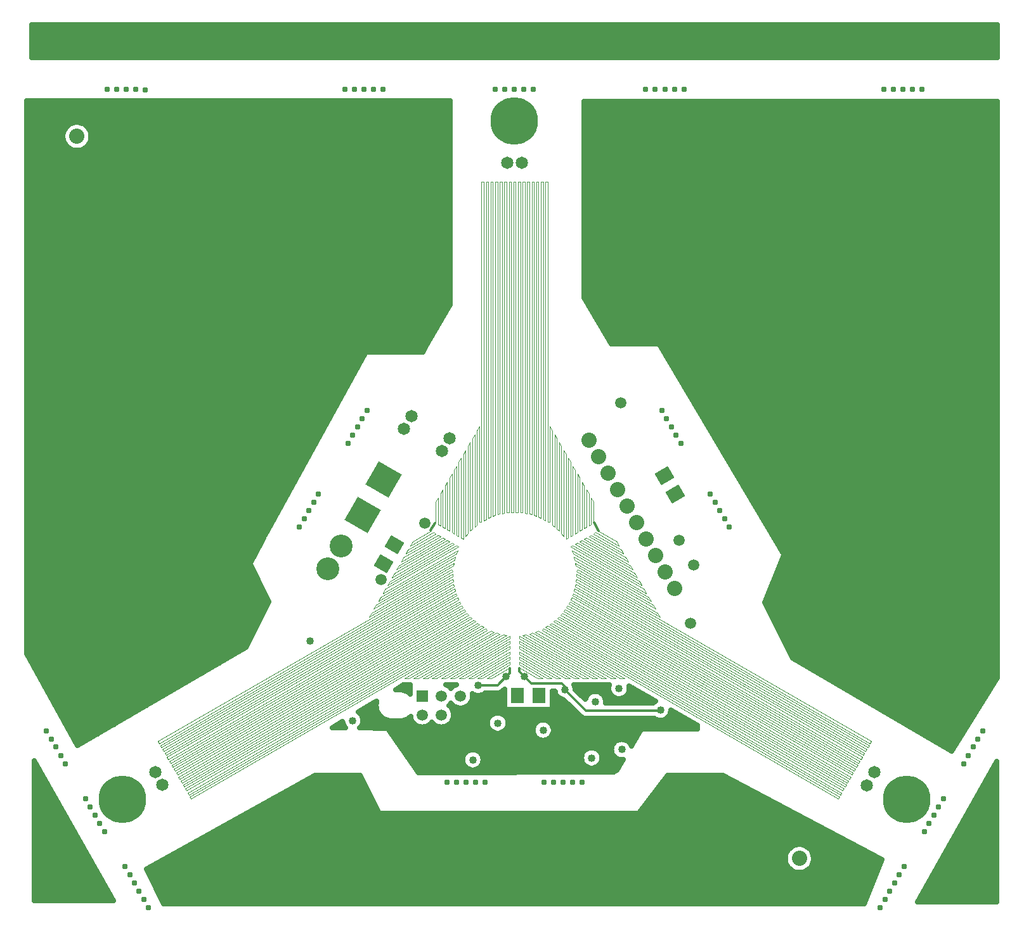
<source format=gbr>
G04 DipTrace 3.2.0.1*
G04 Inner1.gbr*
%MOIN*%
G04 #@! TF.FileFunction,Copper,L2,Inr*
G04 #@! TF.Part,Single*
%AMOUTLINE0*
4,1,4,
0.095622,0.025622,
0.025622,-0.095622,
-0.095622,-0.025622,
-0.025622,0.095622,
0.095622,0.025622,
0*%
%AMOUTLINE3*
4,1,4,
-0.05214,-0.010311,
-0.01714,0.050311,
0.05214,0.010311,
0.01714,-0.050311,
-0.05214,-0.010311,
0*%
%AMOUTLINE9*
4,1,4,
0.01714,0.050311,
0.05214,-0.010311,
-0.01714,-0.050311,
-0.05214,0.010311,
0.01714,0.050311,
0*%
G04 #@! TA.AperFunction,Conductor*
%ADD13C,0.012992*%
%ADD16C,0.013*%
G04 #@! TA.AperFunction,CopperBalancing*
%ADD19C,0.025*%
G04 #@! TA.AperFunction,Nonconductor*
%ADD20C,0.004*%
G04 #@! TA.AperFunction,ComponentPad*
%ADD23C,0.12*%
%ADD29R,0.07X0.08*%
%ADD32R,0.059055X0.059055*%
%ADD33C,0.059055*%
%ADD34C,0.08*%
%ADD35C,0.065*%
%ADD36C,0.25*%
%ADD37C,0.031*%
G04 #@! TA.AperFunction,ViaPad*
%ADD41C,0.04*%
%ADD43C,0.059*%
G04 #@! TA.AperFunction,ComponentPad*
%ADD92OUTLINE0*%
%ADD95OUTLINE3*%
%ADD101OUTLINE9*%
%FSLAX26Y26*%
G04*
G70*
G90*
G75*
G01*
G04 Inner1*
%LPD*%
X2585528Y2458001D2*
D13*
X2563753Y2420986D1*
X3421892Y2459454D2*
X3447476Y2418083D1*
X3057411Y1649322D2*
D16*
X3028699Y1678033D1*
Y1694907D1*
X3269699Y1582072D2*
D13*
Y1579072D1*
X3378699Y1470072D1*
X3768699D1*
X3771699Y1473072D1*
X3269699Y1582072D2*
Y1597954D1*
X3254016Y1613638D1*
X3093094D1*
X3057411Y1649322D1*
X2960474D2*
X2978699Y1667547D1*
Y1693955D1*
X2813299Y1603281D2*
X2914433D1*
X2960474Y1649322D1*
D41*
X3154699Y1368072D3*
X3428655Y1518143D3*
X2916199Y1405572D3*
X2784972Y1211925D3*
X2153789Y1418154D3*
X3567699Y1266072D3*
X3553642Y1586886D3*
X3301169Y1461899D3*
X3442699Y1582072D3*
D43*
X2531699Y2458072D3*
D41*
X1928812Y1836860D3*
X3409699Y1222072D3*
D43*
X3927699Y1932072D3*
X2303699Y2161823D3*
X3869949Y2368322D3*
X3944950Y2237072D3*
D41*
X3269699Y1582072D3*
X2960474Y1649322D3*
X3057411D3*
X3771699Y1473072D3*
X2813299Y1603281D3*
D43*
X3561699Y3089072D3*
X3371096Y4652218D2*
D19*
X5541121D1*
X3371096Y4627349D2*
X5541121D1*
X3371096Y4602480D2*
X5541121D1*
X3371096Y4577612D2*
X5541121D1*
X3371096Y4552743D2*
X5541121D1*
X3371096Y4527874D2*
X5541121D1*
X3371096Y4503005D2*
X5541121D1*
X3371096Y4478136D2*
X5541121D1*
X3371096Y4453268D2*
X5541121D1*
X3371096Y4428399D2*
X5541121D1*
X3371096Y4403530D2*
X5541121D1*
X3371096Y4378661D2*
X5541121D1*
X3371096Y4353793D2*
X5541121D1*
X3371096Y4328924D2*
X5541121D1*
X3371096Y4304055D2*
X5541121D1*
X3371096Y4279186D2*
X5541121D1*
X3371096Y4254318D2*
X5541121D1*
X3371096Y4229449D2*
X5541121D1*
X3371096Y4204580D2*
X5541121D1*
X3371096Y4179711D2*
X5541121D1*
X3371096Y4154843D2*
X5541121D1*
X3371096Y4129974D2*
X5541121D1*
X3371096Y4105105D2*
X5541121D1*
X3371096Y4080236D2*
X5541121D1*
X3371096Y4055367D2*
X5541121D1*
X3371096Y4030499D2*
X5541121D1*
X3371096Y4005630D2*
X5541121D1*
X3371096Y3980761D2*
X5541121D1*
X3371096Y3955892D2*
X5541121D1*
X3371096Y3931024D2*
X5541121D1*
X3371096Y3906155D2*
X5541121D1*
X3371096Y3881286D2*
X5541121D1*
X3371096Y3856417D2*
X5541121D1*
X3371096Y3831549D2*
X5541121D1*
X3371096Y3806680D2*
X5541121D1*
X3371096Y3781811D2*
X5541121D1*
X3371096Y3756942D2*
X5541121D1*
X3371096Y3732073D2*
X5541121D1*
X3371096Y3707205D2*
X5541121D1*
X3371096Y3682336D2*
X5541121D1*
X3371096Y3657467D2*
X5541121D1*
X3377370Y3632598D2*
X5541121D1*
X3392311Y3607730D2*
X5541121D1*
X3407205Y3582861D2*
X5541121D1*
X3422146Y3557992D2*
X5541121D1*
X3437038Y3533123D2*
X5541121D1*
X3451979Y3508255D2*
X5541121D1*
X3466873Y3483386D2*
X5541121D1*
X3481814Y3458517D2*
X5541121D1*
X3496755Y3433648D2*
X5541121D1*
X3511647Y3408780D2*
X5541121D1*
X3776491Y3383911D2*
X5541121D1*
X3791139Y3359042D2*
X5541121D1*
X3805837Y3334173D2*
X5541121D1*
X3820534Y3309304D2*
X5541121D1*
X3835231Y3284436D2*
X5541121D1*
X3849929Y3259567D2*
X5541121D1*
X3864626Y3234698D2*
X5541121D1*
X3879323Y3209829D2*
X5541121D1*
X3894021Y3184961D2*
X5541121D1*
X3908718Y3160092D2*
X5541121D1*
X3923415Y3135223D2*
X5541121D1*
X3938113Y3110354D2*
X5541121D1*
X3952810Y3085486D2*
X5541121D1*
X3967507Y3060617D2*
X5541121D1*
X3982205Y3035748D2*
X5541121D1*
X3996902Y3010879D2*
X5541121D1*
X4011598Y2986010D2*
X5541121D1*
X4026297Y2961142D2*
X5541121D1*
X4040993Y2936273D2*
X5541121D1*
X4055690Y2911404D2*
X5541121D1*
X4070387Y2886535D2*
X5541121D1*
X4085085Y2861667D2*
X5541121D1*
X4099782Y2836798D2*
X5541121D1*
X4114479Y2811929D2*
X5541121D1*
X4129177Y2787060D2*
X5541121D1*
X4143825Y2762192D2*
X5541121D1*
X4158522Y2737323D2*
X5541121D1*
X4173220Y2712454D2*
X5541121D1*
X4187917Y2687585D2*
X5541121D1*
X4202614Y2662717D2*
X5541121D1*
X4217311Y2637848D2*
X5541121D1*
X4232009Y2612979D2*
X5541121D1*
X4246706Y2588110D2*
X5541121D1*
X4261403Y2563241D2*
X5541121D1*
X4276101Y2538373D2*
X5541121D1*
X4290798Y2513504D2*
X5541121D1*
X4305495Y2488635D2*
X5541121D1*
X4320193Y2463766D2*
X5541121D1*
X4334890Y2438898D2*
X5541121D1*
X4349587Y2414029D2*
X5541121D1*
X4364285Y2389160D2*
X5541121D1*
X4378982Y2364291D2*
X5541121D1*
X4393678Y2339423D2*
X5541121D1*
X4408377Y2314554D2*
X5541121D1*
X4422097Y2289685D2*
X5541121D1*
X4412136Y2264816D2*
X5541121D1*
X4402223Y2239948D2*
X5541121D1*
X4392262Y2215079D2*
X5541121D1*
X4382302Y2190210D2*
X5541121D1*
X4372341Y2165341D2*
X5541121D1*
X4362429Y2140472D2*
X5541121D1*
X4352469Y2115604D2*
X5541121D1*
X4342507Y2090735D2*
X5541121D1*
X4332594Y2065866D2*
X5541121D1*
X4322634Y2040997D2*
X5541121D1*
X4334304Y2016129D2*
X5541121D1*
X4346755Y1991260D2*
X5541121D1*
X4359157Y1966391D2*
X5541121D1*
X4371609Y1941522D2*
X5541121D1*
X4384059Y1916654D2*
X5541121D1*
X4396462Y1891785D2*
X5541121D1*
X4408913Y1866916D2*
X5541121D1*
X4421365Y1842047D2*
X5541121D1*
X4433766Y1817178D2*
X5541121D1*
X4446218Y1792310D2*
X5541121D1*
X4458621Y1767441D2*
X5541121D1*
X4478151Y1742572D2*
X5541121D1*
X4520437Y1717703D2*
X5541121D1*
X4562722Y1692835D2*
X5541121D1*
X4605007Y1667966D2*
X5541121D1*
X4647293Y1643097D2*
X5541071D1*
X4689577Y1618228D2*
X5525495D1*
X4731814Y1593360D2*
X5509969D1*
X4774098Y1568491D2*
X5494441D1*
X4816385Y1543622D2*
X5478865D1*
X4858669Y1518753D2*
X5463337D1*
X4900954Y1493885D2*
X5447810D1*
X4943239Y1469016D2*
X5432234D1*
X4985475Y1444147D2*
X5416706D1*
X5027761Y1419278D2*
X5401178D1*
X5070046Y1394409D2*
X5385602D1*
X5112331Y1369541D2*
X5370075D1*
X5154617Y1344672D2*
X5354549D1*
X5196902Y1319803D2*
X5338971D1*
X5239138Y1294934D2*
X5323445D1*
X5281423Y1270066D2*
X5307917D1*
X5531096Y4677087D2*
X3368596D1*
Y3643054D1*
X3513199Y3402043D1*
X3758051Y3401933D1*
X3761770Y3400724D1*
X3764934Y3398425D1*
X3766857Y3395946D1*
X4417719Y2294184D1*
X4418571Y2290367D1*
X4418202Y2286474D1*
X4399133Y2238521D1*
X4319770Y2040115D1*
X4465621Y1748487D1*
X5301936Y1256535D1*
X5543610Y1643196D1*
X5543596Y4677087D1*
X5531096D1*
X442518Y4656429D2*
X2662517D1*
X442518Y4631560D2*
X2662517D1*
X442518Y4606692D2*
X2662517D1*
X442518Y4581823D2*
X2662517D1*
X442518Y4556954D2*
X664844D1*
X742546D2*
X2662517D1*
X442518Y4532085D2*
X638900D1*
X768490D2*
X2662517D1*
X442518Y4507217D2*
X629068D1*
X778322D2*
X2662517D1*
X442518Y4482348D2*
X628493D1*
X778896D2*
X2662517D1*
X442518Y4457479D2*
X636891D1*
X770500D2*
X2662517D1*
X442518Y4432610D2*
X659390D1*
X748000D2*
X2662517D1*
X442518Y4407741D2*
X2662517D1*
X442518Y4382873D2*
X2662517D1*
X442518Y4358004D2*
X2662517D1*
X442518Y4333135D2*
X2662517D1*
X442518Y4308266D2*
X2662517D1*
X442518Y4283398D2*
X2662517D1*
X442518Y4258529D2*
X2662517D1*
X442518Y4233660D2*
X2662517D1*
X442518Y4208791D2*
X2662517D1*
X442518Y4183923D2*
X2662517D1*
X442518Y4159054D2*
X2662517D1*
X442518Y4134185D2*
X2662517D1*
X442518Y4109316D2*
X2662517D1*
X442518Y4084448D2*
X2662517D1*
X442518Y4059579D2*
X2662517D1*
X442518Y4034710D2*
X2662517D1*
X442518Y4009841D2*
X2662517D1*
X442518Y3984972D2*
X2662517D1*
X442518Y3960104D2*
X2662517D1*
X442518Y3935235D2*
X2662517D1*
X442518Y3910366D2*
X2662517D1*
X442518Y3885497D2*
X2662517D1*
X442518Y3860629D2*
X2662517D1*
X442518Y3835760D2*
X2662517D1*
X442518Y3810891D2*
X2662517D1*
X442518Y3786022D2*
X2662517D1*
X442518Y3761154D2*
X2662517D1*
X442518Y3736285D2*
X2662517D1*
X442518Y3711416D2*
X2662517D1*
X442518Y3686547D2*
X2662517D1*
X442518Y3661678D2*
X2662517D1*
X442518Y3636810D2*
X2662517D1*
X442518Y3611941D2*
X2662517D1*
X442518Y3587072D2*
X2651644D1*
X442518Y3562203D2*
X2637290D1*
X442518Y3537335D2*
X2622937D1*
X442518Y3512466D2*
X2608583D1*
X442518Y3487597D2*
X2594230D1*
X442518Y3462728D2*
X2579840D1*
X442518Y3437860D2*
X2565486D1*
X442518Y3412991D2*
X2551133D1*
X442518Y3388122D2*
X2536778D1*
X442518Y3363253D2*
X2522102D1*
X442518Y3338385D2*
X2207793D1*
X442518Y3313516D2*
X2194228D1*
X442518Y3288647D2*
X2180664D1*
X442518Y3263778D2*
X2167100D1*
X442518Y3238909D2*
X2153535D1*
X442518Y3214041D2*
X2139971D1*
X442518Y3189172D2*
X2126407D1*
X442518Y3164303D2*
X2112843D1*
X442518Y3139434D2*
X2099278D1*
X442518Y3114566D2*
X2085714D1*
X442518Y3089697D2*
X2072151D1*
X442518Y3064828D2*
X2058587D1*
X442518Y3039959D2*
X2045022D1*
X442518Y3015091D2*
X2031458D1*
X442518Y2990222D2*
X2017894D1*
X442518Y2965353D2*
X2004329D1*
X442518Y2940484D2*
X1990765D1*
X442518Y2915615D2*
X1977201D1*
X442518Y2890747D2*
X1963636D1*
X442518Y2865878D2*
X1950072D1*
X442518Y2841009D2*
X1936508D1*
X442518Y2816140D2*
X1922944D1*
X442518Y2791272D2*
X1909379D1*
X442518Y2766403D2*
X1895815D1*
X442518Y2741534D2*
X1882251D1*
X442518Y2716665D2*
X1868686D1*
X442518Y2691797D2*
X1855123D1*
X442518Y2666928D2*
X1841559D1*
X442518Y2642059D2*
X1827995D1*
X442518Y2617190D2*
X1814430D1*
X442518Y2592322D2*
X1800866D1*
X442518Y2567453D2*
X1787302D1*
X442518Y2542584D2*
X1773738D1*
X442518Y2517715D2*
X1760173D1*
X442518Y2492846D2*
X1746609D1*
X442518Y2467978D2*
X1732757D1*
X442518Y2443109D2*
X1718404D1*
X442518Y2418240D2*
X1704050D1*
X442518Y2393371D2*
X1689697D1*
X442518Y2368503D2*
X1677066D1*
X442518Y2343634D2*
X1665223D1*
X442518Y2318765D2*
X1651659D1*
X442518Y2293896D2*
X1638096D1*
X442518Y2269028D2*
X1624531D1*
X442518Y2244159D2*
X1610967D1*
X442518Y2219290D2*
X1623276D1*
X442518Y2194421D2*
X1635727D1*
X442518Y2169552D2*
X1648143D1*
X442518Y2144684D2*
X1660594D1*
X442518Y2119815D2*
X1673010D1*
X442518Y2094946D2*
X1685462D1*
X442518Y2070077D2*
X1697878D1*
X442518Y2045209D2*
X1710329D1*
X442518Y2020340D2*
X1699278D1*
X442518Y1995471D2*
X1686862D1*
X442518Y1970602D2*
X1674409D1*
X442518Y1945734D2*
X1661993D1*
X442518Y1920865D2*
X1649542D1*
X442518Y1895996D2*
X1637126D1*
X442518Y1871127D2*
X1624675D1*
X442518Y1846259D2*
X1612259D1*
X442518Y1821390D2*
X1599807D1*
X442518Y1796521D2*
X1579856D1*
X442697Y1771652D2*
X1537224D1*
X456369Y1746783D2*
X1494594D1*
X470041Y1721915D2*
X1451963D1*
X483713Y1697046D2*
X1409333D1*
X497421Y1672177D2*
X1366703D1*
X511093Y1647308D2*
X1324072D1*
X524765Y1622440D2*
X1281442D1*
X538437Y1597571D2*
X1238812D1*
X552108Y1572702D2*
X1196181D1*
X565780Y1547833D2*
X1153551D1*
X579488Y1522965D2*
X1110920D1*
X593160Y1498096D2*
X1068290D1*
X606832Y1473227D2*
X1025623D1*
X620504Y1448358D2*
X982993D1*
X634176Y1423490D2*
X940364D1*
X647848Y1398621D2*
X897732D1*
X661555Y1373752D2*
X855102D1*
X675227Y1348883D2*
X812472D1*
X688899Y1324014D2*
X769841D1*
X702571Y1299146D2*
X727211D1*
X776972Y4487306D2*
X775169Y4475913D1*
X771605Y4464945D1*
X766369Y4454668D1*
X759589Y4445337D1*
X751434Y4437182D1*
X742104Y4430403D1*
X731827Y4425167D1*
X720858Y4421602D1*
X709466Y4419799D1*
X697933D1*
X686541Y4421602D1*
X675572Y4425167D1*
X665295Y4430403D1*
X655965Y4437182D1*
X647810Y4445337D1*
X641030Y4454668D1*
X635794Y4464945D1*
X632230Y4475913D1*
X630427Y4487306D1*
Y4498839D1*
X632230Y4510231D1*
X635794Y4521199D1*
X641030Y4531476D1*
X647810Y4540807D1*
X655965Y4548962D1*
X665295Y4555741D1*
X675572Y4560978D1*
X686541Y4564542D1*
X697933Y4566345D1*
X709466D1*
X720858Y4564542D1*
X731827Y4560978D1*
X742104Y4555741D1*
X751434Y4548962D1*
X759589Y4540807D1*
X766369Y4531476D1*
X771605Y4521199D1*
X775169Y4510231D1*
X776972Y4498839D1*
Y4487306D1*
X1691604Y2392340D2*
X1744094Y2483659D1*
X2217597Y3351427D1*
X2219652Y3353528D1*
X2222140Y3355091D1*
X2224925Y3356030D1*
X2226874Y3356282D1*
X2367126Y3356298D1*
X2374974Y3357201D1*
X2393743Y3358021D1*
X2521508Y3358106D1*
X2539873Y3389144D1*
X2664983Y3605843D1*
X2665000Y4681268D1*
X440013Y4681298D1*
X440000Y1771997D1*
X707277Y1286051D1*
X1592997Y1802726D1*
X1713525Y2043798D1*
X1615583Y2240025D1*
X1615031Y2242912D1*
X1615169Y2245846D1*
X1615988Y2248669D1*
X1674210Y2355538D1*
X1682154Y2374286D1*
X1690664Y2390633D1*
X1912970Y1105337D2*
X2204210D1*
X3792121D2*
X4143371D1*
X1868196Y1080469D2*
X2216661D1*
X3773469D2*
X4190344D1*
X1823469Y1055600D2*
X2229064D1*
X3754816D2*
X4237316D1*
X1778693Y1030731D2*
X2241516D1*
X3736164D2*
X4284289D1*
X1733917Y1005862D2*
X2253966D1*
X3717512D2*
X4331261D1*
X1689142Y980993D2*
X2266369D1*
X3698860D2*
X4378234D1*
X1644416Y956125D2*
X2278820D1*
X3680207D2*
X4425207D1*
X1599640Y931256D2*
X2291272D1*
X3661554D2*
X4472180D1*
X1554865Y906387D2*
X4519152D1*
X1510089Y881518D2*
X4566125D1*
X1465314Y856650D2*
X4613097D1*
X1420588Y831781D2*
X4660070D1*
X1375812Y806912D2*
X4707042D1*
X1331037Y782043D2*
X4754016D1*
X1286261Y757175D2*
X4464220D1*
X4539777D2*
X4800988D1*
X1241535Y732306D2*
X4437560D1*
X4566437D2*
X4847961D1*
X1196760Y707437D2*
X4427501D1*
X4576496D2*
X4894982D1*
X1151984Y682568D2*
X4426720D1*
X4577277D2*
X4931993D1*
X1107209Y657699D2*
X4434874D1*
X4569123D2*
X4922033D1*
X1073420Y632831D2*
X4456848D1*
X4547150D2*
X4912072D1*
X1085822Y607962D2*
X4902160D1*
X1098273Y583093D2*
X4892199D1*
X1110724Y558224D2*
X4882238D1*
X1123126Y533356D2*
X4872277D1*
X1135577Y508487D2*
X4862365D1*
X1148029Y483618D2*
X4852404D1*
X1160432Y458749D2*
X4842444D1*
X4575272Y686940D2*
X4573469Y675547D1*
X4569904Y664579D1*
X4564668Y654302D1*
X4557888Y644971D1*
X4549734Y636816D1*
X4540403Y630037D1*
X4530126Y624801D1*
X4519157Y621236D1*
X4507765Y619433D1*
X4496232D1*
X4484840Y621236D1*
X4473871Y624801D1*
X4463594Y630037D1*
X4454264Y636816D1*
X4446109Y644971D1*
X4439329Y654302D1*
X4434093Y664579D1*
X4430529Y675547D1*
X4428726Y686940D1*
Y698472D1*
X4430529Y709865D1*
X4434093Y720833D1*
X4439329Y731110D1*
X4446109Y740441D1*
X4454264Y748596D1*
X4463594Y755375D1*
X4473871Y760612D1*
X4484840Y764176D1*
X4496232Y765979D1*
X4507765D1*
X4519157Y764176D1*
X4530126Y760612D1*
X4540403Y755375D1*
X4549734Y748596D1*
X4557888Y740441D1*
X4564668Y731110D1*
X4569904Y720833D1*
X4573469Y709865D1*
X4575272Y698472D1*
Y686940D1*
X1068529Y637596D2*
X1159745Y455165D1*
X4843551Y455206D1*
X4936232Y686948D1*
X4098873Y1130218D1*
X3808199Y1130206D1*
X3660702Y933734D1*
X3657504Y931483D1*
X3653766Y930332D1*
X3614499Y930206D1*
X2300043Y930360D1*
X2296324Y931568D1*
X2293160Y933867D1*
X2290693Y937396D1*
X2194252Y1130247D1*
X1955172Y1130206D1*
X1068503Y637576D1*
X481976Y1169497D2*
X499119D1*
X481976Y1144629D2*
X513134D1*
X481976Y1119760D2*
X527098D1*
X481976Y1094891D2*
X541112D1*
X481976Y1070022D2*
X555077D1*
X481976Y1045154D2*
X569091D1*
X481976Y1020285D2*
X583055D1*
X481976Y995416D2*
X597070D1*
X481976Y970547D2*
X611034D1*
X481976Y945678D2*
X625047D1*
X481976Y920810D2*
X639013D1*
X481976Y895941D2*
X653026D1*
X481976Y871072D2*
X666991D1*
X481976Y846203D2*
X681005D1*
X481976Y821335D2*
X694970D1*
X481976Y796466D2*
X708983D1*
X481976Y771597D2*
X722948D1*
X481976Y746728D2*
X736962D1*
X481976Y721860D2*
X750927D1*
X481976Y696991D2*
X764940D1*
X481976Y672122D2*
X778906D1*
X481976Y647253D2*
X792870D1*
X481976Y622385D2*
X806883D1*
X481976Y597516D2*
X820849D1*
X481976Y572647D2*
X834862D1*
X481976Y547778D2*
X848827D1*
X481976Y522909D2*
X862841D1*
X481976Y498041D2*
X876806D1*
X481976Y473172D2*
X890819D1*
X479476Y1208899D2*
Y469104D1*
X895639D1*
X479472Y1208891D1*
X5519856Y1165723D2*
X5537024D1*
X5505841Y1140854D2*
X5537024D1*
X5491877Y1115986D2*
X5537024D1*
X5477864Y1091117D2*
X5537024D1*
X5463898Y1066248D2*
X5537024D1*
X5449885Y1041379D2*
X5537024D1*
X5435920Y1016510D2*
X5537024D1*
X5421906Y991642D2*
X5537024D1*
X5407941Y966773D2*
X5537024D1*
X5393928Y941904D2*
X5537024D1*
X5379962Y917035D2*
X5537024D1*
X5365949Y892167D2*
X5537024D1*
X5351984Y867298D2*
X5537024D1*
X5337970Y842429D2*
X5537024D1*
X5324005Y817560D2*
X5537024D1*
X5309992Y792692D2*
X5537024D1*
X5296028Y767823D2*
X5537024D1*
X5282013Y742954D2*
X5537024D1*
X5268049Y718085D2*
X5537024D1*
X5254035Y693217D2*
X5537024D1*
X5240070Y668348D2*
X5537024D1*
X5226105Y643479D2*
X5537024D1*
X5212092Y618610D2*
X5537024D1*
X5198126Y593741D2*
X5537024D1*
X5184113Y568873D2*
X5537024D1*
X5170148Y544004D2*
X5537024D1*
X5156134Y519135D2*
X5537024D1*
X5142169Y494266D2*
X5537024D1*
X5128156Y469398D2*
X5537024D1*
X5539499Y477829D2*
Y1205125D1*
X5123358Y465304D1*
X5539499Y465329D1*
Y477829D1*
X469702Y5056768D2*
X5539727D1*
X469702Y5031899D2*
X5539727D1*
X469702Y5007030D2*
X5539727D1*
X469702Y4982161D2*
X5539727D1*
X469702Y4957293D2*
X5539727D1*
X469702Y4932424D2*
X5539727D1*
X469702Y4907555D2*
X5539727D1*
X467202Y5069136D2*
Y4906636D1*
X5542202D1*
Y5081636D1*
X467202D1*
Y5069136D1*
X2395121Y1589085D2*
X2454677D1*
X3325239D2*
X3497686D1*
X3609585D2*
X3625039D1*
X2925525Y1564217D2*
X2949627D1*
X3204633D2*
X3216749D1*
X3343612D2*
X3398970D1*
X3458333D2*
X3502675D1*
X3604597D2*
X3668101D1*
X2785110Y1539348D2*
X2949627D1*
X3204633D2*
X3235014D1*
X3368480D2*
X3377038D1*
X3480259D2*
X3526609D1*
X3580698D2*
X3711197D1*
X2776031Y1514479D2*
X2949627D1*
X3204633D2*
X3275240D1*
X3484529D2*
X3735311D1*
X2229874Y1489610D2*
X2275256D1*
X2670101D2*
X2694133D1*
X2746248D2*
X2949627D1*
X3204633D2*
X3300108D1*
X2188535Y1464741D2*
X2282253D1*
X2683487D2*
X3324976D1*
X3827043D2*
X3840416D1*
X2205186Y1439873D2*
X2299765D1*
X2685209D2*
X2872656D1*
X2959759D2*
X3349987D1*
X3816135D2*
X3883478D1*
X2209707Y1415004D2*
X2464042D1*
X2676345D2*
X2861029D1*
X2971349D2*
X3126500D1*
X3182887D2*
X3926538D1*
X2064627Y1390135D2*
X2105703D1*
X2201849D2*
X2492894D1*
X2547521D2*
X2592867D1*
X2647530D2*
X2862465D1*
X2969915D2*
X3103463D1*
X3205924D2*
X3963858D1*
X2348041Y1365266D2*
X2878505D1*
X2953874D2*
X3098762D1*
X3210625D2*
X3664692D1*
X2365050Y1340398D2*
X3106406D1*
X3202982D2*
X3649549D1*
X2382059Y1315529D2*
X3142110D1*
X3167277D2*
X3544803D1*
X3590602D2*
X3634406D1*
X2399068Y1290660D2*
X3517675D1*
X2416077Y1265791D2*
X3376362D1*
X3443047D2*
X3511718D1*
X2433087Y1240923D2*
X2737516D1*
X2832442D2*
X3357129D1*
X3462281D2*
X3517997D1*
X2450131Y1216054D2*
X2729119D1*
X2840803D2*
X3354042D1*
X3465367D2*
X3546202D1*
X2467140Y1191185D2*
X2733175D1*
X2836783D2*
X3363516D1*
X3455894D2*
X3558690D1*
X2484150Y1166316D2*
X2754490D1*
X2815433D2*
X3543546D1*
X3065138Y1476016D2*
X2952144D1*
Y1584421D1*
X2940408Y1572867D1*
X2935331Y1569178D1*
X2929739Y1566329D1*
X2923770Y1564390D1*
X2917571Y1563408D1*
X2877688Y1563285D1*
X2848801D1*
X2844745Y1559999D1*
X2837588Y1555612D1*
X2829832Y1552399D1*
X2821668Y1550440D1*
X2813299Y1549781D1*
X2804930Y1550440D1*
X2796766Y1552399D1*
X2789010Y1555612D1*
X2782112Y1559825D1*
X2783033Y1553017D1*
Y1543127D1*
X2781486Y1533358D1*
X2778429Y1523953D1*
X2773940Y1515140D1*
X2768126Y1507139D1*
X2761133Y1500146D1*
X2753131Y1494332D1*
X2744319Y1489843D1*
X2734913Y1486786D1*
X2725144Y1485239D1*
X2715255D1*
X2705486Y1486786D1*
X2696080Y1489843D1*
X2687268Y1494332D1*
X2679266Y1500146D1*
X2672273Y1507139D1*
X2670227Y1509735D1*
X2664766Y1503505D1*
X2658537Y1498100D1*
X2664766Y1492639D1*
X2671190Y1485119D1*
X2676357Y1476686D1*
X2680142Y1467549D1*
X2682451Y1457932D1*
X2683227Y1448072D1*
X2682451Y1438213D1*
X2680142Y1428596D1*
X2676357Y1419458D1*
X2671190Y1411025D1*
X2664766Y1403505D1*
X2657247Y1397081D1*
X2648814Y1391915D1*
X2639676Y1388130D1*
X2630059Y1385820D1*
X2620199Y1385045D1*
X2610340Y1385820D1*
X2600723Y1388130D1*
X2591585Y1391915D1*
X2583152Y1397081D1*
X2575633Y1403505D1*
X2570227Y1409735D1*
X2564766Y1403505D1*
X2557247Y1397081D1*
X2548814Y1391915D1*
X2539676Y1388130D1*
X2530059Y1385820D1*
X2520199Y1385045D1*
X2510340Y1385820D1*
X2500723Y1388130D1*
X2491585Y1391915D1*
X2483152Y1397081D1*
X2475633Y1403505D1*
X2469209Y1411025D1*
X2464042Y1419458D1*
X2460257Y1428596D1*
X2457948Y1438213D1*
X2457692Y1440382D1*
X2450361Y1433962D1*
X2441429Y1427907D1*
X2431783Y1423068D1*
X2421588Y1419530D1*
X2411018Y1417354D1*
X2399699Y1416572D1*
X2354832Y1416801D1*
X2348367Y1417357D1*
X2337798Y1419534D1*
X2327604Y1423073D1*
X2317958Y1427913D1*
X2309028Y1433970D1*
X2300963Y1441142D1*
X2293904Y1449303D1*
X2287971Y1458318D1*
X2283265Y1468029D1*
X2279867Y1478270D1*
X2277835Y1488869D1*
X2277203Y1499642D1*
X2277984Y1510404D1*
X2280163Y1520974D1*
X2265749Y1512719D1*
X2183080Y1462953D1*
X2188534Y1458835D1*
X2194470Y1452899D1*
X2199406Y1446108D1*
X2203217Y1438627D1*
X2205811Y1430643D1*
X2207123Y1422352D1*
Y1413955D1*
X2205811Y1405664D1*
X2203217Y1397680D1*
X2199406Y1390199D1*
X2194470Y1383408D1*
X2190571Y1379354D1*
X2332189Y1378273D1*
X2334993Y1377395D1*
X2337516Y1375888D1*
X2339617Y1373833D1*
X2497709Y1142845D1*
X3526114Y1146924D1*
X3534304Y1152444D1*
X3541337Y1158612D1*
X3574474Y1213014D1*
X3567699Y1212572D1*
X3559331Y1213231D1*
X3551167Y1215190D1*
X3543411Y1218403D1*
X3536253Y1222790D1*
X3529869Y1228241D1*
X3524417Y1234626D1*
X3520030Y1241783D1*
X3516818Y1249539D1*
X3514858Y1257703D1*
X3514199Y1266072D1*
X3514858Y1274441D1*
X3516818Y1282605D1*
X3520030Y1290361D1*
X3524417Y1297518D1*
X3529869Y1303903D1*
X3536253Y1309354D1*
X3543411Y1313741D1*
X3551167Y1316954D1*
X3559331Y1318913D1*
X3567699Y1319572D1*
X3576068Y1318913D1*
X3584232Y1316954D1*
X3591988Y1313741D1*
X3599146Y1309354D1*
X3605530Y1303903D1*
X3610982Y1297518D1*
X3615369Y1290361D1*
X3617610Y1285238D1*
X3624958Y1297392D1*
X3635719Y1313566D1*
X3670261Y1369971D1*
X3672419Y1371966D1*
X3674983Y1373402D1*
X3677811Y1374199D1*
X3688953Y1374353D1*
X3965584D1*
X3966505Y1393407D1*
X3825186Y1474972D1*
X3825034Y1468874D1*
X3823722Y1460583D1*
X3821127Y1452598D1*
X3817316Y1445118D1*
X3812381Y1438327D1*
X3806445Y1432391D1*
X3799654Y1427455D1*
X3792173Y1423644D1*
X3784189Y1421050D1*
X3775898Y1419738D1*
X3767501D1*
X3759210Y1421050D1*
X3751226Y1423644D1*
X3743745Y1427455D1*
X3739879Y1430084D1*
X3375562Y1430199D1*
X3369362Y1431181D1*
X3363394Y1433121D1*
X3357802Y1435970D1*
X3352724Y1439659D1*
X3324436Y1467773D1*
X3263259Y1528950D1*
X3257210Y1530050D1*
X3249226Y1532644D1*
X3241745Y1536455D1*
X3234954Y1541391D1*
X3229018Y1547327D1*
X3224083Y1554118D1*
X3220272Y1561598D1*
X3217677Y1569583D1*
X3216867Y1573655D1*
X3202163Y1573642D1*
X3202144Y1476016D1*
X3065144Y1476051D1*
X2457172Y1558285D2*
Y1605944D1*
X2420220Y1605709D1*
X2380146Y1581584D1*
X2404567Y1581344D1*
X2413211Y1580413D1*
X2420513Y1578902D1*
X2430756Y1575501D1*
X2440466Y1570794D1*
X2449479Y1564860D1*
X2455991Y1559323D1*
X2643793Y1606496D2*
X2648814Y1604230D1*
X2657247Y1599063D1*
X2664766Y1592639D1*
X2670172Y1586409D1*
X2675633Y1592639D1*
X2683152Y1599063D1*
X2691585Y1604230D1*
X2699761Y1607660D1*
X2691751Y1606500D1*
X2662192Y1606646D1*
X2655129Y1607349D1*
X2649283Y1607227D1*
X2646526Y1606755D1*
X3208034Y1363874D2*
X3206722Y1355583D1*
X3204127Y1347598D1*
X3200316Y1340118D1*
X3195381Y1333327D1*
X3189445Y1327391D1*
X3182654Y1322455D1*
X3175173Y1318644D1*
X3167189Y1316050D1*
X3158898Y1314738D1*
X3150501D1*
X3142210Y1316050D1*
X3134226Y1318644D1*
X3126745Y1322455D1*
X3119954Y1327391D1*
X3114018Y1333327D1*
X3109083Y1340118D1*
X3105272Y1347598D1*
X3102677Y1355583D1*
X3101365Y1363874D1*
Y1372270D1*
X3102677Y1380562D1*
X3105272Y1388546D1*
X3109083Y1396026D1*
X3114018Y1402818D1*
X3119954Y1408753D1*
X3126745Y1413689D1*
X3134226Y1417500D1*
X3142210Y1420094D1*
X3150501Y1421407D1*
X3158898D1*
X3167189Y1420094D1*
X3175173Y1417500D1*
X3182654Y1413689D1*
X3189445Y1408753D1*
X3195381Y1402818D1*
X3200316Y1396026D1*
X3204127Y1388546D1*
X3206722Y1380562D1*
X3208034Y1372270D1*
Y1363874D1*
X3481990Y1513945D2*
X3481533Y1510084D1*
X3733056Y1510068D1*
X3736954Y1513753D1*
X3743745Y1518689D1*
X3746652Y1520316D1*
X3604916Y1602146D1*
X3606483Y1595255D1*
X3607142Y1586886D1*
X3606483Y1578517D1*
X3604524Y1570353D1*
X3601311Y1562597D1*
X3596924Y1555440D1*
X3591472Y1549055D1*
X3585088Y1543604D1*
X3577930Y1539217D1*
X3570175Y1536004D1*
X3562010Y1534045D1*
X3553642Y1533386D1*
X3545273Y1534045D1*
X3537109Y1536004D1*
X3529353Y1539217D1*
X3522196Y1543604D1*
X3515811Y1549055D1*
X3510360Y1555440D1*
X3505972Y1562597D1*
X3502760Y1570353D1*
X3500801Y1578517D1*
X3500142Y1586886D1*
X3500801Y1595255D1*
X3502760Y1603419D1*
X3504129Y1607129D1*
X3498819Y1608488D1*
X3493438Y1607046D1*
X3487887Y1606463D1*
X3461110Y1606500D1*
X3455588Y1607227D1*
X3450819Y1608488D1*
X3445438Y1607046D1*
X3439887Y1606463D1*
X3413110Y1606500D1*
X3407588Y1607227D1*
X3402819Y1608487D1*
X3397438Y1607046D1*
X3391887Y1606463D1*
X3365110Y1606500D1*
X3359588Y1607227D1*
X3354819Y1608487D1*
X3349438Y1607046D1*
X3343887Y1606463D1*
X3317369Y1606361D1*
X3320581Y1598605D1*
X3322541Y1590441D1*
X3323198Y1582121D1*
X3376260Y1529075D1*
X3377773Y1534676D1*
X3380986Y1542432D1*
X3385373Y1549589D1*
X3390824Y1555974D1*
X3397209Y1561425D1*
X3404366Y1565812D1*
X3412122Y1569025D1*
X3420286Y1570984D1*
X3428655Y1571643D1*
X3437024Y1570984D1*
X3445188Y1569025D1*
X3452944Y1565812D1*
X3460101Y1561425D1*
X3466486Y1555974D1*
X3471937Y1549589D1*
X3476324Y1542432D1*
X3479537Y1534676D1*
X3481496Y1526512D1*
X3482155Y1518143D1*
X3481990Y1513945D1*
X2969534Y1401374D2*
X2968222Y1393083D1*
X2965627Y1385098D1*
X2961816Y1377618D1*
X2956881Y1370827D1*
X2950945Y1364891D1*
X2944154Y1359955D1*
X2936673Y1356144D1*
X2928689Y1353550D1*
X2920398Y1352238D1*
X2912001D1*
X2903710Y1353550D1*
X2895726Y1356144D1*
X2888245Y1359955D1*
X2881454Y1364891D1*
X2875518Y1370827D1*
X2870583Y1377618D1*
X2866772Y1385098D1*
X2864177Y1393083D1*
X2862865Y1401374D1*
Y1409770D1*
X2864177Y1418062D1*
X2866772Y1426046D1*
X2870583Y1433526D1*
X2875518Y1440318D1*
X2881454Y1446253D1*
X2888245Y1451189D1*
X2895726Y1455000D1*
X2903710Y1457594D1*
X2912001Y1458907D1*
X2920398D1*
X2928689Y1457594D1*
X2936673Y1455000D1*
X2944154Y1451189D1*
X2950945Y1446253D1*
X2956881Y1440318D1*
X2961816Y1433526D1*
X2965627Y1426046D1*
X2968222Y1418062D1*
X2969534Y1409770D1*
Y1401374D1*
X2838307Y1207727D2*
X2836995Y1199436D1*
X2834400Y1191451D1*
X2830589Y1183971D1*
X2825654Y1177180D1*
X2819718Y1171244D1*
X2812927Y1166308D1*
X2805446Y1162497D1*
X2797462Y1159903D1*
X2789171Y1158591D1*
X2780774D1*
X2772483Y1159903D1*
X2764499Y1162497D1*
X2757018Y1166308D1*
X2750227Y1171244D1*
X2744291Y1177180D1*
X2739356Y1183971D1*
X2735545Y1191451D1*
X2732950Y1199436D1*
X2731638Y1207727D1*
Y1216123D1*
X2732950Y1224415D1*
X2735545Y1232399D1*
X2739356Y1239879D1*
X2744291Y1246671D1*
X2750227Y1252606D1*
X2757018Y1257542D1*
X2764499Y1261353D1*
X2772483Y1263948D1*
X2780774Y1265260D1*
X2789171D1*
X2797462Y1263948D1*
X2805446Y1261353D1*
X2812927Y1257542D1*
X2819718Y1252606D1*
X2825654Y1246671D1*
X2830589Y1239879D1*
X2834400Y1232399D1*
X2836995Y1224415D1*
X2838307Y1216123D1*
Y1207727D1*
X2116501Y1379822D2*
X2113108Y1383408D1*
X2108172Y1390199D1*
X2104361Y1397680D1*
X2101766Y1405664D1*
X2100472Y1413223D1*
X2045719Y1380262D1*
X2116430Y1379829D1*
X3463034Y1217874D2*
X3461722Y1209583D1*
X3459127Y1201598D1*
X3455316Y1194118D1*
X3450381Y1187327D1*
X3444445Y1181391D1*
X3437654Y1176455D1*
X3430173Y1172644D1*
X3422189Y1170050D1*
X3413898Y1168738D1*
X3405501D1*
X3397210Y1170050D1*
X3389226Y1172644D1*
X3381745Y1176455D1*
X3374954Y1181391D1*
X3369018Y1187327D1*
X3364083Y1194118D1*
X3360272Y1201598D1*
X3357677Y1209583D1*
X3356365Y1217874D1*
Y1226270D1*
X3357677Y1234562D1*
X3360272Y1242546D1*
X3364083Y1250026D1*
X3369018Y1256818D1*
X3374954Y1262753D1*
X3381745Y1267689D1*
X3389226Y1271500D1*
X3397210Y1274094D1*
X3405501Y1275407D1*
X3413898D1*
X3422189Y1274094D1*
X3430173Y1271500D1*
X3437654Y1267689D1*
X3444445Y1262753D1*
X3450381Y1256818D1*
X3455316Y1250026D1*
X3459127Y1242546D1*
X3461722Y1234562D1*
X3463034Y1226270D1*
Y1217874D1*
D92*
X2315699Y2687072D3*
X2207199Y2499144D3*
D95*
X2372449Y2343072D3*
X2315949Y2245211D3*
D101*
X3850726Y2610566D3*
X3794226Y2708427D3*
D29*
X3020644Y1549516D3*
X3133644D3*
D32*
X2520199Y1548072D3*
D33*
Y1448072D3*
X2620199Y1548072D3*
Y1448072D3*
X2720199Y1548072D3*
Y1448072D3*
D23*
X2091301Y2336816D3*
X2022400Y2217478D3*
D34*
X3394699Y2894072D3*
X3444699Y2807470D3*
X3494699Y2720867D3*
X3544699Y2634265D3*
X3594699Y2547663D3*
X3644699Y2461060D3*
X3694699Y2374458D3*
X3744699Y2287856D3*
X3794699Y2201252D3*
X3844699Y2114650D3*
D35*
X2462699Y3022072D3*
X2423329Y2953881D3*
X2661808Y2904823D3*
X2622438Y2836631D3*
X2964778Y4352857D3*
X3043518D3*
X1153762Y1079282D3*
X1114392Y1147474D3*
X4894633Y1146925D3*
X4855262Y1078734D3*
D36*
X3003699Y4574072D3*
X5065699Y1003072D3*
X942699D3*
D34*
X703699Y4493072D3*
X4503699Y693072D3*
D37*
X862699Y4739072D3*
X913199Y4739572D3*
X963199D3*
X1012699D3*
X1063199Y4738572D3*
X2112699Y4739072D3*
X2163699D3*
X2213199D3*
X2263199Y4739572D3*
X2312699D3*
X2903699D3*
X2953699D3*
X3003699D3*
X3053699D3*
X3103699D3*
X3694199Y4739072D3*
X3744199Y4739572D3*
X3795199D3*
X3844699D3*
X3895199Y4739072D3*
X4944699D3*
X4994699D3*
X5044699D3*
X5094699Y4740072D3*
X5145699Y4739072D3*
X5464699Y1365572D3*
X5439699Y1322072D3*
X5364699Y1192072D3*
X5389699Y1235572D3*
X5414699Y1279072D3*
X5258199Y1008072D3*
X5233199Y964572D3*
X5158199Y834572D3*
X5183199Y878072D3*
X5208199Y921572D3*
X5026199Y606572D3*
X5001199Y563072D3*
X4926199Y433072D3*
X4951199Y476572D3*
X4976199Y520072D3*
X5051199Y651072D3*
X1080699Y433072D3*
X1055699Y476572D3*
X1030699Y520072D3*
X955699Y650572D3*
X981199Y606572D3*
X1005699Y563072D3*
X849199Y834572D3*
X824199Y878072D3*
X799199Y921572D3*
X749199Y1007572D3*
X774199Y964572D3*
X642699Y1192072D3*
X617699Y1235572D3*
X592699Y1279072D3*
X543199Y1365572D3*
X567699Y1322072D3*
X3158699Y1094072D3*
X3208699D3*
X3258699D3*
X3308699D3*
X3358699D3*
X2648699Y1093572D3*
X2698699Y1094072D3*
X2748699D3*
X2798699D3*
X2848699D3*
X3778699Y3051572D3*
X3803699Y3008072D3*
X3828699Y2965072D3*
X3853699Y2921572D3*
X3879199Y2878072D3*
X4033699Y2609572D3*
X4058699Y2566572D3*
X4083699Y2523072D3*
X4108699Y2479572D3*
X4133699Y2436072D3*
X2228699Y3051572D3*
X2203199Y3008072D3*
X2178699Y2965072D3*
X2153699Y2921572D3*
X2128699Y2878072D3*
X1973699Y2609572D3*
X1948699Y2566072D3*
X1923699Y2523072D3*
X1898699Y2480072D3*
X1873699Y2436572D3*
X3010436Y2515490D2*
D20*
Y4255601D1*
X3022436Y2515046D2*
Y4255601D1*
X3034436Y2514156D2*
Y4255601D1*
X3046436Y2512819D2*
Y4255601D1*
X3058436Y2511025D2*
Y4255601D1*
X3070436Y2508769D2*
Y4255601D1*
X3082436Y2506041D2*
Y4255601D1*
X3094436Y2502827D2*
Y4255601D1*
X3106436Y2499114D2*
Y4255601D1*
X3118436Y2494882D2*
Y4255601D1*
X3130436Y2490110D2*
Y4255601D1*
X3142436Y2484772D2*
Y4255601D1*
X3154436Y2478835D2*
Y4255601D1*
X3166436Y2472261D2*
Y4255601D1*
X2998436Y2515490D2*
Y4255601D1*
X2986436Y2515046D2*
Y4255601D1*
X2974436Y2514156D2*
Y4255601D1*
X2962436Y2512819D2*
Y4255601D1*
X2950436Y2511025D2*
Y4255601D1*
X2938436Y2508769D2*
Y4255601D1*
X2926436Y2506041D2*
Y4255601D1*
X2914436Y2502827D2*
Y4255601D1*
X2902436Y2499114D2*
Y4255601D1*
X2890436Y2494882D2*
Y4255601D1*
X2878436Y2490110D2*
Y4255601D1*
X2866436Y2484772D2*
Y4255601D1*
X2854436Y2478835D2*
Y4255601D1*
X2842436Y2472261D2*
Y4255601D1*
X2830436Y2465007D2*
Y4255601D1*
X2842436D1*
X2854436D2*
X2866436D1*
X2878436D2*
X2890436D1*
X2902436D2*
X2914436D1*
X2926436D2*
X2938436D1*
X2950436D2*
X2962436D1*
X2974436D2*
X2986436D1*
X2998436D2*
X3010436D1*
X3022436D2*
X3034436D1*
X3046436D2*
X3058436D1*
X3070436D2*
X3082436D1*
X3094436D2*
X3106436D1*
X3118436D2*
X3130436D1*
X3142436D2*
X3154436D1*
X3166436D2*
X3178436D1*
X3166436Y2472261D2*
X3154436Y2478835D1*
X3142436Y2484772D2*
X3130436Y2490110D1*
X3118436Y2494882D2*
X3106436Y2499114D1*
X3094436Y2502827D2*
X3082436Y2506041D1*
X3070436Y2508769D2*
X3058436Y2511025D1*
X3046436Y2512819D2*
X3034436Y2514156D1*
X3022436Y2515046D2*
X3010436Y2515490D1*
X2998436D2*
X2986436Y2515046D1*
X2974436Y2514156D2*
X2962436Y2512819D1*
X2950436Y2511025D2*
X2938436Y2508769D1*
X2842436Y2472261D2*
X2854436Y2478835D1*
X2866436Y2484772D2*
X2878436Y2490110D1*
X2890436Y2494882D2*
X2902436Y2499114D1*
X2914436Y2502827D2*
X2926436Y2506041D1*
X2818436Y2465007D2*
Y2966163D1*
X2806436Y2448217D2*
Y2945378D1*
X2794436Y2438526D2*
Y2924593D1*
X2782436Y2427835D2*
Y2903808D1*
X2770436Y2416000D2*
Y2883024D1*
X2758436Y2402829D2*
Y2862240D1*
X2746436Y2388056D2*
Y2841455D1*
X2734436Y2374340D2*
Y2820671D1*
X2722436Y2381268D2*
Y2799886D1*
X2710436Y2388197D2*
Y2779101D1*
X2698436Y2395125D2*
Y2758316D1*
X2686436Y2402052D2*
Y2737531D1*
X2674436Y2408982D2*
Y2716747D1*
X2662436Y2415909D2*
Y2695963D1*
X2650436Y2422837D2*
Y2675178D1*
X2638436Y2429765D2*
Y2654394D1*
X2626436Y2436694D2*
Y2633609D1*
X2614436Y2443622D2*
Y2612824D1*
X2602436Y2450550D2*
Y2592039D1*
X2590436Y2457479D2*
Y2571255D1*
X2830436Y2465007D2*
X2818436D1*
Y2966163D2*
X2806436Y2945378D1*
X2794436Y2924593D2*
X2782436Y2903808D1*
X2770436Y2883024D2*
X2758436Y2862240D1*
X2746436Y2841455D2*
X2734436Y2820671D1*
X2722436Y2799886D2*
X2710436Y2779101D1*
X2698436Y2758316D2*
X2686436Y2737531D1*
X2674436Y2716747D2*
X2662436Y2695963D1*
X2650436Y2675178D2*
X2638436Y2654394D1*
X2626436Y2633609D2*
X2614436Y2612824D1*
X2602436Y2592039D2*
X2590436Y2571255D1*
X2734436Y2374340D2*
X2722436Y2381268D1*
X2710436Y2388197D2*
X2698436Y2395125D1*
X2686436Y2402052D2*
X2674436Y2408982D1*
X2662436Y2415909D2*
X2650436Y2422837D1*
X2638436Y2429765D2*
X2626436Y2436694D1*
X2614436Y2443622D2*
X2602436Y2450550D1*
X3178436Y2465007D2*
Y4255601D1*
X3190436Y2465007D2*
Y2966163D1*
X3202436Y2448217D2*
Y2945378D1*
X3214436Y2438526D2*
Y2924593D1*
X3226436Y2427835D2*
Y2903808D1*
X3238436Y2416000D2*
Y2883024D1*
X3250436Y2402829D2*
Y2862240D1*
X3262436Y2388056D2*
Y2841455D1*
X3274436Y2374340D2*
Y2820671D1*
X3286436Y2381268D2*
Y2799886D1*
X3298436Y2388197D2*
Y2779101D1*
X3310436Y2395125D2*
Y2758316D1*
X3322436Y2402052D2*
Y2737531D1*
X3334436Y2408982D2*
Y2716747D1*
X3346436Y2415909D2*
Y2695963D1*
X3358436Y2422837D2*
Y2675178D1*
X3370436Y2429765D2*
Y2654394D1*
X3382436Y2436694D2*
Y2633609D1*
X3394436Y2443622D2*
Y2612824D1*
X3406436Y2450550D2*
Y2592039D1*
X3418436Y2457479D2*
Y2570798D1*
X3178436Y2465007D2*
X3190436D1*
Y2966163D2*
X3202436Y2945378D1*
X3214436Y2924593D2*
X3226436Y2903808D1*
X3238436Y2883024D2*
X3250436Y2862240D1*
X3262436Y2841455D2*
X3274436Y2820671D1*
X3286436Y2799886D2*
X3298436Y2779101D1*
X3310436Y2758316D2*
X3322436Y2737531D1*
X3334436Y2716747D2*
X3346436Y2695963D1*
X3358436Y2675178D2*
X3370436Y2654394D1*
X3382436Y2633609D2*
X3394436Y2612824D1*
X3406436Y2592039D2*
X3418436Y2571255D1*
X3274436Y2374340D2*
X3286436Y2381268D1*
X3298436Y2388197D2*
X3310436Y2395125D1*
X3322436Y2402052D2*
X3334436Y2408982D1*
X3346436Y2415909D2*
X3358436Y2422837D1*
X3370436Y2429765D2*
X3382436Y2436694D1*
X3394436Y2443622D2*
X3406436Y2450550D1*
X2746436Y2388056D2*
X2758436Y2402829D1*
X2770436Y2416000D2*
X2782436Y2427835D1*
X2794436Y2438526D2*
X2806436Y2448217D1*
X3202436D2*
X3214436Y2438526D1*
X3226436Y2427835D2*
X3238436Y2416000D1*
X3250436Y2402829D2*
X3262436Y2388056D1*
X2720197Y2033566D2*
X1213217Y1163510D1*
X2714581Y2044180D2*
X1207217Y1173903D1*
X2709350Y2055017D2*
X1201217Y1184294D1*
X2704510Y2066077D2*
X1195217Y1194686D1*
X2700063Y2077367D2*
X1189217Y1205079D1*
X2696017Y2088887D2*
X1183217Y1215471D1*
X2692379Y2100644D2*
X1177217Y1225864D1*
X2689163Y2112643D2*
X1171217Y1236256D1*
X2686378Y2124892D2*
X1165217Y1246648D1*
X2684043Y2137400D2*
X1159217Y1257041D1*
X2682176Y2150178D2*
X1153217Y1267433D1*
X2680799Y2163240D2*
X1147217Y1277825D1*
X2679941Y2176601D2*
X1141217Y1288218D1*
X2679634Y2190280D2*
X1135217Y1298610D1*
X2726197Y2023173D2*
X1219217Y1153118D1*
X2732581Y2013003D2*
X1225217Y1142726D1*
X2739350Y2003055D2*
X1231217Y1132333D1*
X2746510Y1993332D2*
X1237217Y1121941D1*
X2754063Y1983836D2*
X1243217Y1111549D1*
X2762017Y1974572D2*
X1249217Y1101156D1*
X2770379Y1965543D2*
X1255217Y1090764D1*
X2779163Y1956759D2*
X1261217Y1080371D1*
X2788378Y1948223D2*
X1267217Y1069979D1*
X2798043Y1939946D2*
X1273217Y1059587D1*
X2808176Y1931940D2*
X1279217Y1049194D1*
X2818799Y1924217D2*
X1285217Y1038802D1*
X2829941Y1916793D2*
X1291217Y1028409D1*
X2841634Y1909688D2*
X1297217Y1018018D1*
X2853916Y1902923D2*
X1303217Y1007626D1*
X1297217Y1018018D1*
X1291217Y1028409D2*
X1285217Y1038802D1*
X1279217Y1049194D2*
X1273217Y1059587D1*
X1267217Y1069979D2*
X1261217Y1080371D1*
X1255217Y1090764D2*
X1249217Y1101156D1*
X1243217Y1111549D2*
X1237217Y1121941D1*
X1231217Y1132333D2*
X1225217Y1142726D1*
X1219217Y1153118D2*
X1213217Y1163510D1*
X1207217Y1173903D2*
X1201217Y1184294D1*
X1195217Y1194686D2*
X1189217Y1205079D1*
X1183217Y1215471D2*
X1177217Y1225864D1*
X1171217Y1236256D2*
X1165217Y1246648D1*
X1159217Y1257041D2*
X1153217Y1267433D1*
X1147217Y1277825D2*
X1141217Y1288218D1*
X1135217Y1298610D2*
X1129217Y1309003D1*
X2679634Y2190280D2*
X2679941Y2176601D1*
X2680799Y2163240D2*
X2682176Y2150178D1*
X2684043Y2137400D2*
X2686378Y2124892D1*
X2689163Y2112643D2*
X2692379Y2100644D1*
X2696017Y2088887D2*
X2700063Y2077367D1*
X2704510Y2066077D2*
X2709350Y2055017D1*
X2714581Y2044180D2*
X2720197Y2033566D1*
X2726197Y2023173D2*
X2732581Y2013003D1*
X2739350Y2003055D2*
X2746510Y1993332D1*
X2754063Y1983836D2*
X2762017Y1974572D1*
X2841634Y1909688D2*
X2829941Y1916793D1*
X2818799Y1924217D2*
X2808176Y1931940D1*
X2798043Y1939946D2*
X2788378Y1948223D1*
X2779163Y1956759D2*
X2770379Y1965543D1*
X2859916Y1892530D2*
X2425903Y1641951D1*
X2880457Y1890533D2*
X2449903Y1641951D1*
X2894849Y1884986D2*
X2473903Y1641951D1*
X2910108Y1879940D2*
X2497903Y1641951D1*
X2926357Y1875465D2*
X2521903Y1641951D1*
X2943764Y1871657D2*
X2545903Y1641951D1*
X2962558Y1868651D2*
X2569903Y1641951D1*
X2980436Y1865117D2*
X2593903Y1641951D1*
X2980436Y1851261D2*
X2617903Y1641951D1*
X2980436Y1837404D2*
X2641903Y1641951D1*
X2980436Y1823549D2*
X2665903Y1641951D1*
X2980436Y1809692D2*
X2689903Y1641951D1*
X2980436Y1795835D2*
X2713903Y1641951D1*
X2980436Y1781979D2*
X2737903Y1641951D1*
X2980436Y1768122D2*
X2761903Y1641951D1*
X2980436Y1754266D2*
X2785903Y1641951D1*
X2980436Y1740409D2*
X2809903Y1641951D1*
X2980436Y1726552D2*
X2833903Y1641951D1*
X2980436Y1712697D2*
X2857903Y1641951D1*
X2980436Y1698840D2*
X2881903Y1641951D1*
X2853916Y1902923D2*
X2859916Y1892530D1*
X2425903Y1641951D2*
X2449903D1*
X2473903D2*
X2497903D1*
X2521903D2*
X2545903D1*
X2569903D2*
X2593903D1*
X2617903D2*
X2641903D1*
X2665903D2*
X2689903D1*
X2713903D2*
X2737903D1*
X2761903D2*
X2785903D1*
X2809903D2*
X2833903D1*
X2857903D2*
X2881903D1*
X2980436Y1865117D2*
Y1851261D1*
Y1837404D2*
Y1823549D1*
Y1809692D2*
Y1795835D1*
Y1781979D2*
Y1768122D1*
Y1754266D2*
Y1740409D1*
Y1726552D2*
Y1712697D1*
X2679916Y2204299D2*
X1129217Y1309003D1*
X2673916Y2214692D2*
X2239903Y1964114D1*
X2682457Y2233479D2*
X2251903Y1984898D1*
X2684849Y2248717D2*
X2263903Y2005682D1*
X2688108Y2264454D2*
X2275903Y2026467D1*
X2692357Y2280764D2*
X2287903Y2047252D1*
X2697764Y2297741D2*
X2299903Y2068037D1*
X2704558Y2315521D2*
X2311903Y2088822D1*
X2710436Y2332770D2*
X2323903Y2109606D1*
X2698436Y2339699D2*
X2335903Y2130390D1*
X2686436Y2346627D2*
X2347903Y2151175D1*
X2674436Y2353555D2*
X2359903Y2171959D1*
X2662436Y2360484D2*
X2371903Y2192744D1*
X2650436Y2367412D2*
X2383903Y2213529D1*
X2638436Y2374340D2*
X2395903Y2234314D1*
X2626436Y2381268D2*
X2407903Y2255098D1*
X2614436Y2388197D2*
X2419903Y2275883D1*
X2602436Y2395125D2*
X2431903Y2296667D1*
X2590436Y2402052D2*
X2443903Y2317451D1*
X2578436Y2408982D2*
X2455903Y2338236D1*
X2566436Y2415909D2*
X2467903Y2359021D1*
X2679916Y2204299D2*
X2673916Y2214692D1*
X2239903Y1964114D2*
X2251903Y1984898D1*
X2263903Y2005682D2*
X2275903Y2026467D1*
X2287903Y2047252D2*
X2299903Y2068037D1*
X2311903Y2088822D2*
X2323903Y2109606D1*
X2335903Y2130390D2*
X2347903Y2151175D1*
X2359903Y2171959D2*
X2371903Y2192744D1*
X2383903Y2213529D2*
X2395903Y2234314D1*
X2407903Y2255098D2*
X2419903Y2275883D1*
X2431903Y2296667D2*
X2443903Y2317451D1*
X2455903Y2338236D2*
X2467903Y2359021D1*
X2710436Y2332770D2*
X2698436Y2339699D1*
X2686436Y2346627D2*
X2674436Y2353555D1*
X2662436Y2360484D2*
X2650436Y2367412D1*
X2638436Y2374340D2*
X2626436Y2381268D1*
X2614436Y2388197D2*
X2602436Y2395125D1*
X2590436Y2402052D2*
X2578436Y2408982D1*
X2962558Y1868651D2*
X2943764Y1871657D1*
X2926357Y1875465D2*
X2910108Y1879940D1*
X2894849Y1884986D2*
X2880457Y1890533D1*
X2682457Y2233479D2*
X2684849Y2248717D1*
X2688108Y2264454D2*
X2692357Y2280764D1*
X2697764Y2297741D2*
X2704558Y2315521D1*
X3282675Y2023173D2*
X4789655Y1153118D1*
X3276290Y2013003D2*
X4783655Y1142726D1*
X3269521Y2003055D2*
X4777655Y1132333D1*
X3262361Y1993332D2*
X4771655Y1121941D1*
X3254808Y1983836D2*
X4765655Y1111549D1*
X3246854Y1974572D2*
X4759655Y1101156D1*
X3238492Y1965543D2*
X4753655Y1090764D1*
X3229709Y1956759D2*
X4747655Y1080371D1*
X3220493Y1948223D2*
X4741655Y1069979D1*
X3210828Y1939946D2*
X4735655Y1059587D1*
X3200696Y1931940D2*
X4729655Y1049194D1*
X3190072Y1924217D2*
X4723655Y1038802D1*
X3178930Y1916793D2*
X4717655Y1028409D1*
X3167238Y1909688D2*
X4711655Y1018018D1*
X3288675Y2033566D2*
X4795655Y1163510D1*
X3294290Y2044180D2*
X4801655Y1173903D1*
X3299521Y2055017D2*
X4807655Y1184294D1*
X3304361Y2066077D2*
X4813655Y1194686D1*
X3308808Y2077367D2*
X4819655Y1205079D1*
X3312854Y2088887D2*
X4825655Y1215471D1*
X3316492Y2100644D2*
X4831655Y1225864D1*
X3319709Y2112643D2*
X4837655Y1236256D1*
X3322493Y2124892D2*
X4843655Y1246648D1*
X3324828Y2137400D2*
X4849655Y1257041D1*
X3326696Y2150178D2*
X4855655Y1267433D1*
X3328072Y2163240D2*
X4861655Y1277825D1*
X3328930Y2176601D2*
X4867655Y1288218D1*
X3329238Y2190280D2*
X4873655Y1298610D1*
X3328955Y2204299D2*
X4879655Y1309003D1*
X4873655Y1298610D1*
X4867655Y1288218D2*
X4861655Y1277825D1*
X4855655Y1267433D2*
X4849655Y1257041D1*
X4843655Y1246648D2*
X4837655Y1236256D1*
X4831655Y1225864D2*
X4825655Y1215471D1*
X4819655Y1205079D2*
X4813655Y1194686D1*
X4807655Y1184294D2*
X4801655Y1173903D1*
X4795655Y1163510D2*
X4789655Y1153118D1*
X4783655Y1142726D2*
X4777655Y1132333D1*
X4771655Y1121941D2*
X4765655Y1111549D1*
X4759655Y1101156D2*
X4753655Y1090764D1*
X4747655Y1080371D2*
X4741655Y1069979D1*
X4735655Y1059587D2*
X4729655Y1049194D1*
X4723655Y1038802D2*
X4717655Y1028409D1*
X4711655Y1018018D2*
X4705655Y1007626D1*
X3167238Y1909688D2*
X3178930Y1916793D1*
X3190072Y1924217D2*
X3200696Y1931940D1*
X3210828Y1939946D2*
X3220493Y1948223D1*
X3229709Y1956759D2*
X3238492Y1965543D1*
X3246854Y1974572D2*
X3254808Y1983836D1*
X3262361Y1993332D2*
X3269521Y2003055D1*
X3276290Y2013003D2*
X3282675Y2023173D1*
X3288675Y2033566D2*
X3294290Y2044180D1*
X3299521Y2055017D2*
X3304361Y2066077D1*
X3308808Y2077367D2*
X3312854Y2088887D1*
X3329238Y2190280D2*
X3328930Y2176601D1*
X3328072Y2163240D2*
X3326696Y2150178D1*
X3324828Y2137400D2*
X3322493Y2124892D1*
X3319709Y2112643D2*
X3316492Y2100644D1*
X3334955Y2214692D2*
X3768969Y1964114D1*
X3326415Y2233479D2*
X3756969Y1984898D1*
X3324022Y2248717D2*
X3744969Y2005682D1*
X3320764Y2264454D2*
X3732969Y2026467D1*
X3316514Y2280764D2*
X3720969Y2047252D1*
X3311108Y2297741D2*
X3708969Y2068037D1*
X3304314Y2315521D2*
X3696969Y2088822D1*
X3298436Y2332770D2*
X3684969Y2109606D1*
X3310436Y2339699D2*
X3672969Y2130390D1*
X3322436Y2346627D2*
X3660969Y2151175D1*
X3334436Y2353555D2*
X3648969Y2171959D1*
X3346436Y2360484D2*
X3636969Y2192744D1*
X3358436Y2367412D2*
X3624969Y2213529D1*
X3370436Y2374340D2*
X3612969Y2234314D1*
X3382436Y2381268D2*
X3600969Y2255098D1*
X3394436Y2388197D2*
X3588969Y2275883D1*
X3406436Y2395125D2*
X3576969Y2296667D1*
X3418436Y2402052D2*
X3564969Y2317451D1*
X3430436Y2408982D2*
X3552969Y2338236D1*
X3442436Y2415909D2*
X3540969Y2359021D1*
X3328955Y2204299D2*
X3334955Y2214692D1*
X3768969Y1964114D2*
X3756969Y1984898D1*
X3744969Y2005682D2*
X3732969Y2026467D1*
X3720969Y2047252D2*
X3708969Y2068037D1*
X3696969Y2088822D2*
X3684969Y2109606D1*
X3672969Y2130390D2*
X3660969Y2151175D1*
X3648969Y2171959D2*
X3636969Y2192744D1*
X3624969Y2213529D2*
X3612969Y2234314D1*
X3600969Y2255098D2*
X3588969Y2275883D1*
X3576969Y2296667D2*
X3564969Y2317451D1*
X3552969Y2338236D2*
X3540969Y2359021D1*
X3298436Y2332770D2*
X3310436Y2339699D1*
X3322436Y2346627D2*
X3334436Y2353555D1*
X3346436Y2360484D2*
X3358436Y2367412D1*
X3370436Y2374340D2*
X3382436Y2381268D1*
X3394436Y2388197D2*
X3406436Y2395125D1*
X3418436Y2402052D2*
X3430436Y2408982D1*
X3154955Y1902923D2*
X4705655Y1007626D1*
X3148955Y1892530D2*
X3582969Y1641951D1*
X3128415Y1890533D2*
X3558969Y1641951D1*
X3114022Y1884986D2*
X3534969Y1641951D1*
X3098764Y1879940D2*
X3510969Y1641951D1*
X3082514Y1875465D2*
X3486969Y1641951D1*
X3065108Y1871657D2*
X3462969Y1641951D1*
X3046314Y1868651D2*
X3438969Y1641951D1*
X3028436Y1865117D2*
X3414969Y1641951D1*
X3028436Y1851261D2*
X3390969Y1641951D1*
X3028436Y1837404D2*
X3366969Y1641951D1*
X3028436Y1823549D2*
X3342969Y1641951D1*
X3028436Y1809692D2*
X3318969Y1641951D1*
X3028436Y1795835D2*
X3294969Y1641951D1*
X3028436Y1781979D2*
X3270969Y1641951D1*
X3028436Y1768122D2*
X3246969Y1641951D1*
X3028436Y1754266D2*
X3222969Y1641951D1*
X3028436Y1740409D2*
X3198969Y1641951D1*
X3028436Y1726552D2*
X3174969Y1641951D1*
X3028436Y1712697D2*
X3150969Y1641951D1*
X3028436Y1698840D2*
X3126969Y1641951D1*
X3154955Y1902923D2*
X3148955Y1892530D1*
X3582969Y1641951D2*
X3558969D1*
X3534969D2*
X3510969D1*
X3486969D2*
X3462969D1*
X3438969D2*
X3414969D1*
X3390969D2*
X3366969D1*
X3342969D2*
X3318969D1*
X3294969D2*
X3270969D1*
X3246969D2*
X3222969D1*
X3198969D2*
X3174969D1*
X3150969D2*
X3126969D1*
X3028436Y1865117D2*
Y1851261D1*
Y1837404D2*
Y1823549D1*
Y1809692D2*
Y1795835D1*
Y1781979D2*
Y1768122D1*
Y1754266D2*
Y1740409D1*
Y1726552D2*
Y1712697D1*
X3304314Y2315521D2*
X3311108Y2297741D1*
X3316514Y2280764D2*
X3320764Y2264454D1*
X3324022Y2248717D2*
X3326415Y2233479D1*
X3128415Y1890533D2*
X3114022Y1884986D1*
X3098764Y1879940D2*
X3082514Y1875465D1*
X3065108Y1871657D2*
X3046314Y1868651D1*
M02*

</source>
